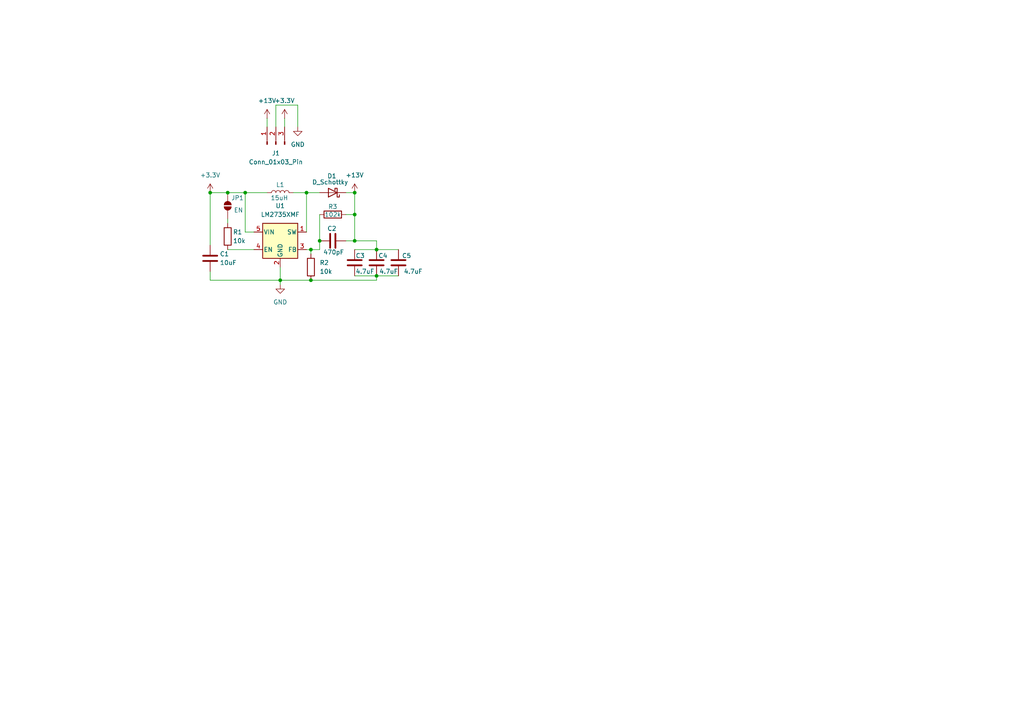
<source format=kicad_sch>
(kicad_sch (version 20231120) (generator "eeschema") (generator_version "8.0")
  (paper "A4")
  (lib_symbols
    (symbol "Connector:Conn_01x03_Pin" (pin_names (offset 1.016) hide)
      (property "Reference" "J" (at 0 5.08 0))
      (property "Value" "Conn_01x03_Pin" (at 0 -5.08 0))
      (symbol "Conn_01x03_Pin_1_1"
        (polyline (pts (xy 1.27 -2.54) (xy 0.8636 -2.54)) (stroke (width 0.1524)))
        (polyline (pts (xy 1.27 0) (xy 0.8636 0)) (stroke (width 0.1524)))
        (polyline (pts (xy 1.27 2.54) (xy 0.8636 2.54)) (stroke (width 0.1524)))
        (rectangle (start 0.8636 -2.413) (end 0 -2.667) (stroke (width 0.1524)) (fill (type outline)))
        (rectangle (start 0.8636 0.127) (end 0 -0.127) (stroke (width 0.1524)) (fill (type outline)))
        (rectangle (start 0.8636 2.667) (end 0 2.413) (stroke (width 0.1524)) (fill (type outline)))
        (pin passive line (at 5.08 2.54 180) (length 3.81) (name "Pin_1") (number "1"))
        (pin passive line (at 5.08 0 180) (length 3.81) (name "Pin_2") (number "2"))
        (pin passive line (at 5.08 -2.54 180) (length 3.81) (name "Pin_3") (number "3"))
      )
    )
    (symbol "Device:C" (pin_numbers hide) (pin_names (offset 0.254))
      (property "Reference" "C" (at 0.635 2.54 0))
      (property "Value" "C" (at 0.635 -2.54 0))
      (symbol "C_0_1"
        (polyline (pts (xy -2.032 -0.762) (xy 2.032 -0.762)) (stroke (width 0.508)))
        (polyline (pts (xy -2.032 0.762) (xy 2.032 0.762)) (stroke (width 0.508)))
      )
      (symbol "C_1_1"
        (pin passive line (at 0 3.81 270) (length 2.794) (name "~") (number "1"))
        (pin passive line (at 0 -3.81 90) (length 2.794) (name "~") (number "2"))
      )
    )
    (symbol "Device:D_Schottky" (pin_numbers hide) (pin_names (offset 1.016) hide)
      (property "Reference" "D" (at 0 2.54 0))
      (property "Value" "D_Schottky" (at 0 -2.54 0))
      (symbol "D_Schottky_0_1"
        (polyline (pts (xy 1.27 0) (xy -1.27 0)))
        (polyline (pts (xy 1.27 1.27) (xy 1.27 -1.27) (xy -1.27 0) (xy 1.27 1.27)) (stroke (width 0.254)))
        (polyline (pts (xy -1.905 0.635) (xy -1.905 1.27) (xy -1.27 1.27) (xy -1.27 -1.27) (xy -0.635 -1.27) (xy -0.635 -0.635)) (stroke (width 0.254)))
      )
      (symbol "D_Schottky_1_1"
        (pin passive line (at -3.81 0 0) (length 2.54) (name "K") (number "1"))
        (pin passive line (at 3.81 0 180) (length 2.54) (name "A") (number "2"))
      )
    )
    (symbol "Device:L" (pin_numbers hide) (pin_names (offset 1.016) hide)
      (property "Reference" "L" (at -1.27 0 90))
      (property "Value" "L" (at 1.905 0 90))
      (symbol "L_0_1"
        (arc (start 0 -2.54) (mid 0.6323 -1.905) (end 0 -1.27))
        (arc (start 0 -1.27) (mid 0.6323 -0.635) (end 0 0))
        (arc (start 0 0) (mid 0.6323 0.635) (end 0 1.27))
        (arc (start 0 1.27) (mid 0.6323 1.905) (end 0 2.54))
      )
      (symbol "L_1_1"
        (pin passive line (at 0 3.81 270) (length 1.27) (name "1") (number "1"))
        (pin passive line (at 0 -3.81 90) (length 1.27) (name "2") (number "2"))
      )
    )
    (symbol "Device:R" (pin_numbers hide) (pin_names (offset 0))
      (property "Reference" "R" (at 2.032 0 90))
      (property "Value" "R" (at 0 0 90))
      (symbol "R_0_1"
        (rectangle (start -1.016 -2.54) (end 1.016 2.54) (stroke (width 0.254)))
      )
      (symbol "R_1_1"
        (pin passive line (at 0 3.81 270) (length 1.27) (name "~") (number "1"))
        (pin passive line (at 0 -3.81 90) (length 1.27) (name "~") (number "2"))
      )
    )
    (symbol "Jumper:SolderJumper_2_Open" (pin_numbers hide) (pin_names (offset 0) hide) (exclude_from_sim yes) (in_bom no)
      (property "Reference" "JP" (at 0 2.032 0))
      (property "Value" "SolderJumper_2_Open" (at 0 -2.54 0))
      (symbol "SolderJumper_2_Open_0_1"
        (arc (start -0.254 1.016) (mid -1.2656 0) (end -0.254 -1.016))
        (arc (start -0.254 1.016) (mid -1.2656 0) (end -0.254 -1.016) (fill (type outline)))
        (polyline (pts (xy -0.254 1.016) (xy -0.254 -1.016)))
        (polyline (pts (xy 0.254 1.016) (xy 0.254 -1.016)))
        (arc (start 0.254 -1.016) (mid 1.2656 0) (end 0.254 1.016))
        (arc (start 0.254 -1.016) (mid 1.2656 0) (end 0.254 1.016) (fill (type outline)))
      )
      (symbol "SolderJumper_2_Open_1_1"
        (pin passive line (at -3.81 0 0) (length 2.54) (name "A") (number "1"))
        (pin passive line (at 3.81 0 180) (length 2.54) (name "B") (number "2"))
      )
    )
    (symbol "Regulator_Switching:LM2735XMF" (pin_names (offset 0.254))
      (property "Reference" "U" (at -5.08 6.35 0))
      (property "Value" "LM2735XMF" (at 0 6.35 0))
      (symbol "LM2735XMF_0_1"
        (rectangle (start -5.08 5.08) (end 5.08 -5.08) (stroke (width 0.254)) (fill (type background)))
      )
      (symbol "LM2735XMF_1_1"
        (pin output line (at 7.62 2.54 180) (length 2.54) (name "SW") (number "1"))
        (pin power_in line (at 0 -7.62 90) (length 2.54) (name "GND") (number "2"))
        (pin input line (at 7.62 -2.54 180) (length 2.54) (name "FB") (number "3"))
        (pin input line (at -7.62 -2.54 0) (length 2.54) (name "EN") (number "4"))
        (pin input line (at -7.62 2.54 0) (length 2.54) (name "VIN") (number "5"))
      )
    )
    (symbol "power:+3.3V" (power) (pin_numbers hide) (pin_names (offset 0) hide)
      (property "Value" "+3.3V" (at 0 3.556 0))
      (symbol "+3.3V_0_1"
        (polyline (pts (xy -0.762 1.27) (xy 0 2.54)))
        (polyline (pts (xy 0 0) (xy 0 2.54)))
        (polyline (pts (xy 0 2.54) (xy 0.762 1.27)))
      )
      (symbol "+3.3V_1_1"
        (pin power_in line (at 0 0 90) (length 0) (name "~") (number "1"))
      )
    )
    (symbol "power:GND" (power) (pin_numbers hide) (pin_names (offset 0) hide)
      (property "Value" "GND" (at 0 -3.81 0))
      (symbol "GND_0_1"
        (polyline (pts (xy 0 0) (xy 0 -1.27) (xy 1.27 -1.27) (xy 0 -2.54) (xy -1.27 -1.27) (xy 0 -1.27)))
      )
      (symbol "GND_1_1"
        (pin power_in line (at 0 0 270) (length 0) (name "~") (number "1"))
      )
    )
  )
  (junction (at 102.87 62.23))
  (junction (at 66.04 55.88))
  (junction (at 90.17 81.28))
  (junction (at 102.87 55.88))
  (junction (at 109.22 80.01))
  (junction (at 102.87 69.85))
  (junction (at 81.28 81.28))
  (junction (at 60.96 55.88))
  (junction (at 90.17 72.39))
  (junction (at 88.9 55.88))
  (junction (at 92.71 69.85))
  (junction (at 109.22 72.39))
  (junction (at 71.12 55.88))
  (wire (pts (xy 66.04 63.5) (xy 66.04 64.77)))
  (wire (pts (xy 102.87 72.39) (xy 109.22 72.39)))
  (wire (pts (xy 88.9 67.31) (xy 88.9 55.88)))
  (wire (pts (xy 92.71 72.39) (xy 90.17 72.39)))
  (wire (pts (xy 100.33 69.85) (xy 102.87 69.85)))
  (wire (pts (xy 109.22 80.01) (xy 115.57 80.01)))
  (wire (pts (xy 90.17 72.39) (xy 90.17 73.66)))
  (wire (pts (xy 80.01 30.48) (xy 80.01 36.83)))
  (wire (pts (xy 109.22 72.39) (xy 109.22 69.85)))
  (wire (pts (xy 82.55 34.29) (xy 82.55 36.83)))
  (wire (pts (xy 90.17 81.28) (xy 109.22 81.28)))
  (wire (pts (xy 60.96 81.28) (xy 81.28 81.28)))
  (wire (pts (xy 102.87 55.88) (xy 100.33 55.88)))
  (wire (pts (xy 109.22 81.28) (xy 109.22 80.01)))
  (wire (pts (xy 66.04 72.39) (xy 73.66 72.39)))
  (wire (pts (xy 81.28 81.28) (xy 90.17 81.28)))
  (wire (pts (xy 102.87 80.01) (xy 109.22 80.01)))
  (wire (pts (xy 100.33 62.23) (xy 102.87 62.23)))
  (wire (pts (xy 102.87 69.85) (xy 102.87 62.23)))
  (wire (pts (xy 80.01 30.48) (xy 86.36 30.48)))
  (wire (pts (xy 90.17 72.39) (xy 88.9 72.39)))
  (wire (pts (xy 71.12 67.31) (xy 71.12 55.88)))
  (wire (pts (xy 92.71 69.85) (xy 92.71 72.39)))
  (wire (pts (xy 73.66 67.31) (xy 71.12 67.31)))
  (wire (pts (xy 77.47 34.29) (xy 77.47 36.83)))
  (wire (pts (xy 102.87 62.23) (xy 102.87 55.88)))
  (wire (pts (xy 66.04 55.88) (xy 71.12 55.88)))
  (wire (pts (xy 92.71 62.23) (xy 92.71 69.85)))
  (wire (pts (xy 81.28 81.28) (xy 81.28 82.55)))
  (wire (pts (xy 109.22 69.85) (xy 102.87 69.85)))
  (wire (pts (xy 60.96 78.74) (xy 60.96 81.28)))
  (wire (pts (xy 85.09 55.88) (xy 88.9 55.88)))
  (wire (pts (xy 60.96 55.88) (xy 66.04 55.88)))
  (wire (pts (xy 86.36 36.83) (xy 86.36 30.48)))
  (wire (pts (xy 71.12 55.88) (xy 77.47 55.88)))
  (wire (pts (xy 60.96 71.12) (xy 60.96 55.88)))
  (wire (pts (xy 81.28 77.47) (xy 81.28 81.28)))
  (wire (pts (xy 109.22 72.39) (xy 115.57 72.39)))
  (wire (pts (xy 88.9 55.88) (xy 92.71 55.88)))
  (symbol (lib_id "power:GND") (at 81.28 82.55 0) (unit 1)
    (property "Reference" "#PWR06" (effects (hide yes)))
    (property "Value" "GND" (at 81.28 87.63 0))
    (property "Description" "Power symbol creates a global label with name \"GND\" , ground" (effects (hide yes)))
  )
  (symbol (lib_id "power:+3.3V") (at 102.87 55.88 0) (unit 1)
    (property "Reference" "#PWR02" (effects (hide yes)))
    (property "Value" "+13V" (at 102.87 50.8 0))
    (property "Description" "Power symbol creates a global label with name \"+3.3V\"" (effects (hide yes)))
  )
  (symbol (lib_id "Device:C") (at 115.57 76.2 0) (unit 1)
    (property "Reference" "C5" (at 116.586 74.168 0) (effects (justify left)))
    (property "Value" "4.7uF" (at 117.094 78.74 0) (effects (justify left)))
    (property "Footprint" "Capacitor_SMD:C_0603_1608Metric" (effects (hide yes)))
    (property "Description" "Unpolarized capacitor" (effects (hide yes)))
  )
  (symbol (lib_id "Device:C") (at 60.96 74.93 0) (unit 1)
    (property "Reference" "C1" (at 63.754 73.66 0) (effects (justify left)))
    (property "Value" "10uF" (at 63.754 76.2 0) (effects (justify left)))
    (property "Footprint" "Capacitor_SMD:C_0402_1005Metric" (effects (hide yes)))
    (property "Description" "Unpolarized capacitor" (effects (hide yes)))
  )
  (symbol (lib_id "Device:R") (at 66.04 68.58 0) (unit 1)
    (property "Reference" "R1" (at 67.564 67.31 0) (effects (justify left)))
    (property "Value" "10k" (at 67.564 69.85 0) (effects (justify left)))
    (property "Footprint" "Resistor_SMD:R_0805_2012Metric" (effects (hide yes)))
    (property "Description" "Resistor" (effects (hide yes)))
  )
  (symbol (lib_id "power:+3.3V") (at 82.55 34.29 0) (unit 1)
    (property "Reference" "#PWR04" (effects (hide yes)))
    (property "Value" "+3.3V" (at 82.55 29.21 0))
    (property "Description" "Power symbol creates a global label with name \"+3.3V\"" (effects (hide yes)))
  )
  (symbol (lib_id "Device:D_Schottky") (at 96.52 55.88 180) (unit 1)
    (property "Reference" "D1" (at 96.266 51.054 0))
    (property "Value" "D_Schottky" (at 95.758 52.832 0))
    (property "Footprint" "Diode_SMD:D_SOD-123F" (effects (hide yes)))
    (property "Description" "Schottky diode" (effects (hide yes)))
  )
  (symbol (lib_id "Device:C") (at 96.52 69.85 90) (unit 1)
    (property "Reference" "C2" (at 96.266 66.294 90))
    (property "Value" "470pF" (at 96.774 73.152 90))
    (property "Footprint" "Capacitor_SMD:C_0805_2012Metric" (effects (hide yes)))
    (property "Description" "Unpolarized capacitor" (effects (hide yes)))
  )
  (symbol (lib_id "Device:L") (at 81.28 55.88 90) (unit 1)
    (property "Reference" "L1" (at 81.28 53.594 90))
    (property "Value" "15uH" (at 81.026 57.404 90))
    (property "Footprint" "Inductor_SMD:L_Bourns-SRU1028_10.0x10.0mm" (effects (hide yes)))
    (property "Description" "Inductor" (effects (hide yes)))
  )
  (symbol (lib_id "Device:R") (at 90.17 77.47 0) (unit 1)
    (property "Reference" "R2" (at 92.71 76.1999 0) (effects (justify left)))
    (property "Value" "10k" (at 92.71 78.7399 0) (effects (justify left)))
    (property "Footprint" "Resistor_SMD:R_0805_2012Metric" (effects (hide yes)))
    (property "Description" "Resistor" (effects (hide yes)))
  )
  (symbol (lib_id "power:+3.3V") (at 60.96 55.88 0) (unit 1)
    (property "Reference" "#PWR01" (effects (hide yes)))
    (property "Value" "+3.3V" (at 60.96 50.8 0))
    (property "Description" "Power symbol creates a global label with name \"+3.3V\"" (effects (hide yes)))
  )
  (symbol (lib_id "Jumper:SolderJumper_2_Open") (at 66.04 59.69 90) (unit 1) (exclude_from_sim yes) (in_bom no)
    (property "Reference" "JP1" (at 67.056 57.404 90) (effects (justify right)))
    (property "Value" "EN" (at 67.818 60.96 90) (effects (justify right)))
    (property "Footprint" "Jumper:SolderJumper-2_P1.3mm_Open_TrianglePad1.0x1.5mm" (effects (hide yes)))
    (property "Description" "Solder Jumper, 2-pole, open" (effects (hide yes)))
  )
  (symbol (lib_id "power:+3.3V") (at 77.47 34.29 0) (unit 1)
    (property "Reference" "#PWR03" (effects (hide yes)))
    (property "Value" "+13V" (at 77.47 29.21 0))
    (property "Description" "Power symbol creates a global label with name \"+3.3V\"" (effects (hide yes)))
  )
  (symbol (lib_id "Regulator_Switching:LM2735XMF") (at 81.28 69.85 0) (unit 1)
    (property "Reference" "U1" (at 81.28 59.69 0))
    (property "Value" "LM2735XMF" (at 81.28 62.23 0))
    (property "Footprint" "Package_TO_SOT_SMD:SOT-23-5" (effects (hide yes)))
    (property "Datasheet" "http://www.ti.com/lit/ds/symlink/lm2735.pdf" (effects (hide yes)))
    (property "Description" "LM27313, 2.1A, 24Vout Boost/FlybacK/SEPIC Voltage Regulator, 520kHz/1.6MHz Frequency," (effects (hide yes)))
  )
  (symbol (lib_id "power:GND") (at 86.36 36.83 0) (unit 1)
    (property "Reference" "#PWR05" (effects (hide yes)))
    (property "Value" "GND" (at 86.36 41.91 0))
    (property "Description" "Power symbol creates a global label with name \"GND\" , ground" (effects (hide yes)))
  )
  (symbol (lib_id "Connector:Conn_01x03_Pin") (at 80.01 41.91 90) (unit 1)
    (property "Reference" "J1" (at 80.01 44.45 90))
    (property "Value" "Conn_01x03_Pin" (at 80.01 46.99 90))
    (property "Footprint" "Connector_PinHeader_1.00mm:PinHeader_1x03_P1.00mm_Vertical" (effects (hide yes)))
    (property "Description" "Generic connector, single row, 01x03, script generated" (effects (hide yes)))
  )
  (symbol (lib_id "Device:R") (at 96.52 62.23 90) (unit 1)
    (property "Reference" "R3" (at 96.52 59.944 90))
    (property "Value" "102k" (at 96.52 62.23 90))
    (property "Footprint" "Resistor_SMD:R_0402_1005Metric" (effects (hide yes)))
    (property "Description" "Resistor" (effects (hide yes)))
  )
  (symbol (lib_id "Device:C") (at 102.87 76.2 0) (unit 1)
    (property "Reference" "C3" (at 103.124 74.168 0) (effects (justify left)))
    (property "Value" "4.7uF" (at 103.124 78.74 0) (effects (justify left)))
    (property "Footprint" "Capacitor_SMD:C_0603_1608Metric" (effects (hide yes)))
    (property "Description" "Unpolarized capacitor" (effects (hide yes)))
  )
  (symbol (lib_id "Device:C") (at 109.22 76.2 0) (unit 1)
    (property "Reference" "C4" (at 109.728 74.168 0) (effects (justify left)))
    (property "Value" "4.7uF" (at 109.982 78.74 0) (effects (justify left)))
    (property "Footprint" "Capacitor_SMD:C_0603_1608Metric" (effects (hide yes)))
    (property "Description" "Unpolarized capacitor" (effects (hide yes)))
  )
)
</source>
